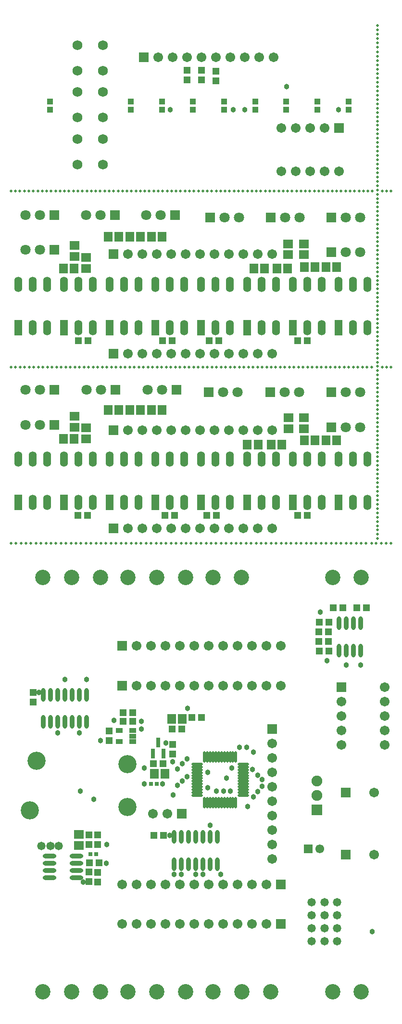
<source format=gts>
%FSDAX24Y24*%
%MOIN*%
%SFA1B1*%

%IPPOS*%
%ADD31C,0.019700*%
%ADD59R,0.047400X0.051300*%
%ADD60O,0.031600X0.094600*%
%ADD61R,0.051300X0.047400*%
%ADD62R,0.059200X0.067100*%
%ADD63R,0.067100X0.059200*%
%ADD64R,0.039500X0.039500*%
%ADD65R,0.031600X0.027700*%
%ADD66O,0.078900X0.019800*%
%ADD67O,0.019800X0.078900*%
%ADD68R,0.051300X0.033600*%
%ADD69R,0.031600X0.067100*%
%ADD70O,0.094600X0.031600*%
%ADD71C,0.067100*%
%ADD72R,0.067100X0.067100*%
%ADD73R,0.061100X0.061100*%
%ADD74C,0.061100*%
%ADD75R,0.067100X0.067100*%
%ADD76C,0.071000*%
%ADD77R,0.071000X0.071000*%
%ADD78C,0.126100*%
%ADD79C,0.106400*%
%ADD80C,0.068000*%
%ADD81R,0.074900X0.074900*%
%ADD82C,0.074900*%
%ADD83O,0.055200X0.106400*%
%ADD84R,0.055200X0.106400*%
%ADD85C,0.038000*%
%ADD86C,0.058000*%
%LNde-120824-1*%
%LPD*%
G54D31*
X035591Y078148D03*
Y078446D03*
Y078745D03*
Y077850D03*
Y079341D03*
Y079043D03*
Y044098D03*
Y043800D03*
X035200Y043465D03*
X035591Y044993D03*
Y044695D03*
Y044396D03*
Y050659D03*
Y050958D03*
Y051256D03*
Y051554D03*
Y047975D03*
Y048273D03*
Y048572D03*
Y049466D03*
Y049168D03*
Y048870D03*
Y050361D03*
Y050063D03*
Y049765D03*
Y047081D03*
Y047379D03*
Y047677D03*
Y046186D03*
Y046484D03*
Y046782D03*
Y045888D03*
Y045589D03*
Y045291D03*
Y051852D03*
Y052150D03*
Y052449D03*
Y053343D03*
Y053045D03*
Y052747D03*
Y054238D03*
Y053940D03*
Y053642D03*
Y056326D03*
Y056624D03*
Y056922D03*
Y055431D03*
Y055729D03*
Y056027D03*
Y055133D03*
Y054835D03*
Y054536D03*
Y059010D03*
Y059308D03*
Y059606D03*
Y058115D03*
Y058413D03*
Y058712D03*
Y057817D03*
Y057519D03*
Y057220D03*
Y065273D03*
Y065571D03*
Y065869D03*
Y066764D03*
Y066465D03*
Y066167D03*
Y067658D03*
Y067360D03*
Y067062D03*
Y062588D03*
Y062887D03*
Y063185D03*
Y064080D03*
Y063781D03*
Y063483D03*
Y064974D03*
Y064676D03*
Y064378D03*
Y061694D03*
Y061992D03*
Y062290D03*
Y060799D03*
Y061097D03*
Y061396D03*
Y060501D03*
Y060203D03*
Y059904D03*
Y070641D03*
Y070939D03*
Y071237D03*
Y072132D03*
Y071834D03*
Y071535D03*
Y069746D03*
Y070044D03*
Y070342D03*
Y068851D03*
Y069150D03*
Y069448D03*
Y068553D03*
Y068255D03*
Y067957D03*
Y076605D03*
Y076904D03*
Y077202D03*
Y077500D03*
Y073921D03*
Y074219D03*
Y074518D03*
Y075412D03*
Y075114D03*
Y074816D03*
Y076307D03*
Y076009D03*
Y075711D03*
Y073027D03*
Y073325D03*
Y073623D03*
Y072430D03*
Y072728D03*
X010200Y067874D03*
X010509D03*
X010819D03*
X011746D03*
X011437D03*
X011128D03*
X012674D03*
X012365D03*
X012056D03*
X014839D03*
X015148D03*
X015457D03*
X013911D03*
X014220D03*
X014530D03*
X013602D03*
X013293D03*
X012983D03*
X017622D03*
X017931D03*
X018241D03*
X016694D03*
X017004D03*
X017313D03*
X016385D03*
X016076D03*
X015767D03*
X024117D03*
X024426D03*
X024735D03*
X025663D03*
X025354D03*
X025044D03*
X026591D03*
X026281D03*
X025972D03*
X021333D03*
X021643D03*
X021952D03*
X022880D03*
X022570D03*
X022261D03*
X023807D03*
X023498D03*
X023189D03*
X020406D03*
X020715D03*
X021024D03*
X019478D03*
X019787D03*
X020096D03*
X019169D03*
X018859D03*
X018550D03*
X032467D03*
X032776D03*
X033085D03*
X034013D03*
X033704D03*
X033394D03*
X034941D03*
X034631D03*
X034322D03*
X029683D03*
X029993D03*
X030302D03*
X031230D03*
X030920D03*
X030611D03*
X032157D03*
X031848D03*
X031539D03*
X028756D03*
X029065D03*
X029374D03*
X027828D03*
X028137D03*
X028446D03*
X027518D03*
X027209D03*
X026900D03*
X035950D03*
X036250D03*
X036550D03*
X035250D03*
X010200Y055669D03*
X010516D03*
X010833D03*
X011782D03*
X011466D03*
X011149D03*
X012732D03*
X012415D03*
X012099D03*
X014947D03*
X015263D03*
X015580D03*
X013997D03*
X014314D03*
X014630D03*
X013681D03*
X013365D03*
X013048D03*
X017795D03*
X018111D03*
X018428D03*
X016846D03*
X017162D03*
X017478D03*
X016529D03*
X016213D03*
X015896D03*
X024441D03*
X024757D03*
X025073D03*
X026023D03*
X025706D03*
X025390D03*
X026972D03*
X026656D03*
X026339D03*
X021592D03*
X021909D03*
X022225D03*
X023175D03*
X022858D03*
X022542D03*
X024124D03*
X023808D03*
X023491D03*
X020643D03*
X020959D03*
X021276D03*
X019694D03*
X020010D03*
X020327D03*
X019377D03*
X019061D03*
X018744D03*
X032985D03*
X033301D03*
X033618D03*
X034567D03*
X034251D03*
X033934D03*
X030137D03*
X030453D03*
X030770D03*
X031719D03*
X031403D03*
X031086D03*
X032668D03*
X032352D03*
X032035D03*
X029187D03*
X029504D03*
X029820D03*
X028238D03*
X028554D03*
X028871D03*
X027922D03*
X027605D03*
X027289D03*
X035930D03*
X036240D03*
X036550D03*
X035200D03*
X034884D03*
X026149Y043465D03*
X026495D03*
X026842D03*
X027882D03*
X027535D03*
X027189D03*
X028922D03*
X028576D03*
X028229D03*
X029962D03*
X029616D03*
X029269D03*
X018521D03*
X018174D03*
X018868D03*
X021988D03*
X022335D03*
X022682D03*
X020948D03*
X021295D03*
X021641D03*
X025455D03*
X025802D03*
X023375D03*
X023028D03*
X015401D03*
X015747D03*
X016094D03*
X017134D03*
X016787D03*
X016441D03*
X017828D03*
X017481D03*
X013320D03*
X013667D03*
X014014D03*
X014361D03*
X015054D03*
X014707D03*
X012280D03*
X012627D03*
X012974D03*
X011240D03*
X011587D03*
X011934D03*
X010893D03*
X010547D03*
X010200D03*
X019561D03*
X019214D03*
X020601D03*
X020255D03*
X019908D03*
X031349D03*
X031696D03*
X032043D03*
X030309D03*
X030656D03*
X031003D03*
X033430D03*
X033776D03*
X033083D03*
X032736D03*
X032389D03*
X025108D03*
X024068D03*
X024415D03*
X024762D03*
X023722D03*
X034123D03*
X034470D03*
X034816D03*
X036550D03*
X036203D03*
X035856D03*
X035510D03*
G54D59*
X022400Y076235D03*
Y075565D03*
X023400Y076235D03*
Y075565D03*
X024400Y076185D03*
Y075515D03*
X011750Y033135D03*
Y032465D03*
X017000Y029815D03*
Y030485D03*
X015600Y023285D03*
Y022615D03*
X016200Y023285D03*
Y022615D03*
X015600Y020050D03*
Y020719D03*
X016200Y020015D03*
Y020685D03*
X032200Y036665D03*
Y037335D03*
X031546D03*
Y036665D03*
X021400Y029535D03*
Y028865D03*
G54D60*
X021500Y021255D03*
X022000D03*
X022500D03*
X023000D03*
X023500D03*
X024000D03*
X024500D03*
X021500Y023145D03*
X022000D03*
X022500D03*
X023000D03*
X023500D03*
X024000D03*
X024500D03*
X034450Y037945D03*
X033950D03*
X033450D03*
X032950D03*
X034450Y036055D03*
X033950D03*
X033450D03*
X032950D03*
X012450Y031105D03*
X012950D03*
X013450D03*
X013950D03*
X014450D03*
X014950D03*
X015450D03*
X012450Y032995D03*
X012950D03*
X013450D03*
X013950D03*
X014450D03*
X014950D03*
X015450D03*
G54D61*
X020785Y023250D03*
X020115D03*
X023400Y031400D03*
X022731D03*
X021365Y030600D03*
X022035D03*
X020065Y028200D03*
X020735D03*
X032235Y038000D03*
X031565D03*
X034165Y039000D03*
X034835D03*
X033200D03*
X032531D03*
X032235Y036000D03*
X031565D03*
X017965Y031750D03*
X018635D03*
X017965Y031150D03*
X018635D03*
X015631Y021350D03*
X016300D03*
X014865Y057500D03*
X015535D03*
X014831Y045400D03*
X015500D03*
X020715Y057500D03*
X021385D03*
X020865Y045400D03*
X021535D03*
X024600Y057500D03*
X023931D03*
X024435Y045400D03*
X023765D03*
X030735Y057500D03*
X030065D03*
X030735Y045400D03*
X030065D03*
G54D62*
X021326Y031300D03*
X022074D03*
X020126Y027500D03*
X020874D03*
X013826Y062500D03*
X014574D03*
X013826Y050700D03*
X014574D03*
X016926Y064700D03*
X017674D03*
X018426D03*
X019174D03*
X019926D03*
X020674D03*
X016926Y052700D03*
X017674D03*
X018426D03*
X019174D03*
X019926D03*
X020674D03*
X027026Y062500D03*
X027774D03*
X028626D03*
X029374D03*
X026576Y050300D03*
X027324D03*
X028226D03*
X028974D03*
X032774Y062600D03*
X032026D03*
X031274D03*
X030526D03*
X032774Y050600D03*
X032026D03*
X031274D03*
X030526D03*
G54D63*
X014900Y023298D03*
Y022550D03*
X015400Y062526D03*
Y063274D03*
X014600Y063352D03*
Y064100D03*
X015400Y050726D03*
Y051474D03*
X014600Y051526D03*
Y052274D03*
X029400Y063476D03*
Y064224D03*
X029450Y051426D03*
Y052174D03*
X030500Y063476D03*
Y064224D03*
Y051426D03*
Y052174D03*
G54D64*
X018500Y073505D03*
Y074095D03*
X020657Y073505D03*
Y074095D03*
X022814Y073505D03*
Y074095D03*
X024971Y073505D03*
Y074095D03*
X027129Y073505D03*
Y074095D03*
X029286Y073505D03*
Y074095D03*
X031443Y073505D03*
Y074095D03*
X033600Y073505D03*
Y074095D03*
X012900Y073505D03*
Y074095D03*
G54D65*
X019903Y026800D03*
X020297D03*
X015703Y021950D03*
X016097D03*
G54D66*
X026294Y026017D03*
Y026214D03*
Y026411D03*
Y026608D03*
Y026805D03*
Y027002D03*
Y027198D03*
Y027395D03*
Y027592D03*
Y027789D03*
Y027986D03*
Y028183D03*
X023106D03*
Y027986D03*
Y027789D03*
Y027592D03*
Y027395D03*
Y027198D03*
Y027002D03*
Y026805D03*
Y026608D03*
Y026411D03*
Y026214D03*
Y026017D03*
G54D67*
X025783Y028694D03*
X025586D03*
X025389D03*
X025192D03*
X024995D03*
X024798D03*
X024602D03*
X024405D03*
X024208D03*
X024011D03*
X023814D03*
X023617D03*
Y025506D03*
X023814D03*
X024011D03*
X024208D03*
X024405D03*
X024602D03*
X024798D03*
X024995D03*
X025192D03*
X025389D03*
X025586D03*
X025783D03*
G54D68*
X017700Y029750D03*
Y030498D03*
X018645D03*
Y030124D03*
Y029750D03*
G54D69*
X020400Y029674D03*
X020774Y028926D03*
X020026D03*
G54D70*
X012855Y021800D03*
Y021300D03*
Y020800D03*
Y020300D03*
X014745Y021800D03*
Y021300D03*
Y020800D03*
Y020300D03*
G54D71*
X028950Y069250D03*
X029950D03*
X030950D03*
X031950D03*
X032950D03*
X028950Y072250D03*
X029950D03*
X030950D03*
X031950D03*
X035384Y021900D03*
X035368Y026200D03*
X027900Y019843D03*
X026900D03*
X025900D03*
X024900D03*
X023900D03*
X022900D03*
X021900D03*
X020900D03*
X019900D03*
X018900D03*
X017900D03*
X018900Y033622D03*
X019900D03*
X020900D03*
X021900D03*
X022900D03*
X023900D03*
X024900D03*
X025900D03*
X026900D03*
X027900D03*
X028900D03*
X020050Y024750D03*
X021050D03*
X028300Y029600D03*
Y027600D03*
Y026600D03*
Y025600D03*
Y024600D03*
Y023600D03*
Y022600D03*
Y021600D03*
Y028600D03*
X027900Y017100D03*
X026900D03*
X025900D03*
X024900D03*
X023900D03*
X022900D03*
X021900D03*
X020900D03*
X019900D03*
X018900D03*
X017900D03*
X018900Y036378D03*
X019900D03*
X020900D03*
X021900D03*
X022900D03*
X023900D03*
X024900D03*
X025900D03*
X026900D03*
X027900D03*
X028900D03*
X018300Y056600D03*
X019300D03*
X020300D03*
X021300D03*
X022300D03*
X023300D03*
X024300D03*
X025300D03*
X026300D03*
X027300D03*
X028300D03*
X020400Y077150D03*
X022400D03*
X023400D03*
X024400D03*
X025400D03*
X026400D03*
X027400D03*
X028400D03*
X021400D03*
X018300Y063500D03*
X019300D03*
X020300D03*
X021300D03*
X022300D03*
X023300D03*
X024300D03*
X025300D03*
X026300D03*
X027300D03*
X028300D03*
X018300Y044500D03*
X019300D03*
X020300D03*
X021300D03*
X022300D03*
X023300D03*
X024300D03*
X025300D03*
X026300D03*
X027300D03*
X028300D03*
X018300Y051300D03*
X019300D03*
X020300D03*
X021300D03*
X022300D03*
X023300D03*
X024300D03*
X025300D03*
X026300D03*
X027300D03*
X028300D03*
X036100Y029500D03*
Y030500D03*
Y031500D03*
Y032500D03*
Y033500D03*
X033100Y029500D03*
Y030500D03*
Y031500D03*
Y032500D03*
G54D72*
X032950Y072250D03*
X028300Y030600D03*
G54D73*
X030806Y022300D03*
G54D74*
X031594Y022300D03*
G54D75*
X033416Y021900D03*
X033400Y026200D03*
X028900Y019843D03*
X017900Y033622D03*
X022050Y024750D03*
X028900Y017100D03*
X017900Y036378D03*
X017300Y056600D03*
X019400Y077150D03*
X017300Y063500D03*
Y044500D03*
Y051300D03*
X033100Y033500D03*
G54D76*
X011200Y063800D03*
X012200D03*
X011200Y051669D03*
X012200D03*
X011200Y066200D03*
X012200D03*
X011200Y054100D03*
X012200D03*
X015391Y066200D03*
X016391D03*
X015440Y054100D03*
X016440D03*
X019582Y066200D03*
X020582D03*
X019680Y054100D03*
X020680D03*
X026018Y066031D03*
X025018D03*
X025920Y053931D03*
X024920D03*
X030209Y066031D03*
X029209D03*
X030160Y053931D03*
X029160D03*
X034400Y066031D03*
X033400D03*
X034400Y053931D03*
X033400D03*
X034400Y063631D03*
X033400D03*
X034400Y051500D03*
X033400D03*
G54D77*
X013200Y063800D03*
Y051669D03*
Y066200D03*
Y054100D03*
X017391Y066200D03*
X017440Y054100D03*
X021582Y066200D03*
X021680Y054100D03*
X024018Y066031D03*
X023920Y053931D03*
X028209Y066031D03*
X028160Y053931D03*
X032400Y066031D03*
Y053931D03*
Y063631D03*
Y051500D03*
G54D78*
X018286Y028176D03*
Y025224D03*
X011987Y028413D03*
X011514Y024987D03*
G54D79*
X032516Y041100D03*
X034484D03*
X024200Y012400D03*
X026200D03*
X028200D03*
X018300D03*
X020300D03*
X022300D03*
X012400D03*
X014400D03*
X016400D03*
Y041100D03*
X014400D03*
X012400D03*
X034469Y012400D03*
X032500D03*
X022300Y041100D03*
X020300D03*
X018300D03*
X026168D03*
X024200D03*
G54D80*
X014814Y074736D03*
X016586D03*
X014814Y072964D03*
X016586D03*
X014814Y077986D03*
X016586D03*
X014814Y076214D03*
X016586D03*
X014814Y071486D03*
X016586D03*
X014814Y069714D03*
X016586D03*
G54D81*
X031400Y025000D03*
G54D82*
X031400Y026000D03*
Y027000D03*
G54D83*
X012700Y061400D03*
X011700D03*
X010700D03*
X012700Y058400D03*
X011700D03*
X012700Y049300D03*
X011700D03*
X010700D03*
X012700Y046300D03*
X011700D03*
X015871Y061400D03*
X014871D03*
X013871D03*
X015871Y058400D03*
X014871D03*
X015871Y049300D03*
X014871D03*
X013871D03*
X015871Y046300D03*
X014871D03*
X019043Y061400D03*
X018043D03*
X017043D03*
X019043Y058400D03*
X018043D03*
X019043Y049300D03*
X018043D03*
X017043D03*
X019043Y046300D03*
X018043D03*
X022214Y061400D03*
X021214D03*
X020214D03*
X022214Y058400D03*
X021214D03*
X022214Y049300D03*
X021214D03*
X020214D03*
X022214Y046300D03*
X021214D03*
X025386Y061400D03*
X024386D03*
X023386D03*
X025386Y058400D03*
X024386D03*
X025386Y049300D03*
X024386D03*
X023386D03*
X025386Y046300D03*
X024386D03*
X028557Y061400D03*
X027557D03*
X026557D03*
X028557Y058400D03*
X027557D03*
X028557Y049300D03*
X027557D03*
X026557D03*
X028557Y046300D03*
X027557D03*
X031729Y061400D03*
X030729D03*
X029729D03*
X031729Y058400D03*
X030729D03*
X031729Y049300D03*
X030729D03*
X029729D03*
X031729Y046300D03*
X030729D03*
X034900Y061400D03*
X033900D03*
X032900D03*
X034900Y058400D03*
X033900D03*
X034900Y049300D03*
X033900D03*
X032900D03*
X034900Y046300D03*
X033900D03*
G54D84*
X010700Y058400D03*
Y046300D03*
X013871Y058400D03*
Y046300D03*
X017043Y058400D03*
Y046300D03*
X020214Y058400D03*
Y046300D03*
X023386Y058400D03*
Y046300D03*
X026557Y058400D03*
Y046300D03*
X029729Y058400D03*
Y046300D03*
X032900Y058400D03*
Y046300D03*
G54D85*
X032900Y073500D03*
X021250D03*
X025600D03*
X026400D03*
X029300Y075100D03*
X017350Y031200D03*
X015200Y020000D03*
X026550Y029350D03*
X027000Y029000D03*
X026050Y029350D03*
X022450Y032050D03*
X016400Y029800D03*
X021200Y023250D03*
X016850Y022600D03*
X026600Y025250D03*
X020950Y029650D03*
X012150Y033150D03*
X025400Y026300D03*
X024950D03*
X024450D03*
X022075Y027025D03*
X021750Y026700D03*
X021450Y026050D03*
X022400Y027300D03*
X021400Y028350D03*
X021750Y027850D03*
X022075Y028200D03*
X023850Y026550D03*
Y027600D03*
X033450Y035050D03*
X034450D03*
X032100Y035350D03*
X026950Y027800D03*
X025150Y027200D03*
X025500Y027900D03*
X019450Y026800D03*
Y027900D03*
X020700Y026800D03*
X016800Y021300D03*
X027600Y026650D03*
X027300Y027400D03*
X027000Y025900D03*
X027300Y026275D03*
X027600Y027100D03*
X024750Y020550D03*
X015950Y025750D03*
X022400Y028550D03*
X023500Y020550D03*
X023000D03*
X021500D03*
X022000D03*
X015000Y026300D03*
X035250Y016594D03*
X031650Y038700D03*
X015450Y034050D03*
X013950D03*
X013450Y030350D03*
X014950D03*
X019250Y030600D03*
Y031150D03*
X024000Y023950D03*
G54D86*
X032800Y015900D03*
Y016800D03*
Y017700D03*
Y018600D03*
X031925Y015900D03*
Y016800D03*
Y017700D03*
Y018600D03*
X031050Y015900D03*
Y016800D03*
Y017700D03*
Y018600D03*
X012950Y022500D03*
X012300D03*
X013500D03*
M02*
</source>
